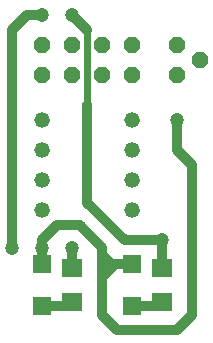
<source format=gbr>
G04 EAGLE Gerber RS-274X export*
G75*
%MOMM*%
%FSLAX34Y34*%
%LPD*%
%INTop Copper*%
%IPPOS*%
%AMOC8*
5,1,8,0,0,1.08239X$1,22.5*%
G01*
%ADD10P,1.429621X8X292.500000*%
%ADD11P,1.539592X8X22.500000*%
%ADD12R,1.500000X1.500000*%
%ADD13R,1.803000X1.600000*%
%ADD14C,1.320800*%
%ADD15C,0.812800*%
%ADD16C,1.200000*%
%ADD17C,0.609600*%


D10*
X158750Y260350D03*
X177800Y247650D03*
X158750Y234950D03*
D11*
X44450Y234950D03*
X44450Y260350D03*
X69850Y234950D03*
X69850Y260350D03*
X95250Y234950D03*
X95250Y260350D03*
X120650Y260350D03*
X120650Y234950D03*
D12*
X44450Y74650D03*
X44450Y39650D03*
X120650Y74650D03*
X120650Y39650D03*
D13*
X69850Y71370D03*
X69850Y42930D03*
X146050Y71370D03*
X146050Y42930D03*
D14*
X44450Y196850D03*
X44450Y171450D03*
X120650Y171450D03*
X120650Y196850D03*
X44450Y146050D03*
X44450Y120650D03*
X120650Y146050D03*
X120650Y120650D03*
D15*
X120650Y74650D02*
X115850Y74650D01*
X44450Y88900D02*
X44450Y95250D01*
X44450Y88900D02*
X44450Y74650D01*
D16*
X44450Y88900D03*
D15*
X44450Y95250D02*
X57150Y107950D01*
X76200Y107950D01*
X95250Y88900D01*
X95250Y82550D01*
X104775Y73025D01*
X95250Y74650D02*
X120650Y74650D01*
X95250Y74650D02*
X95250Y63500D01*
X95250Y31750D01*
X107950Y19050D01*
X171450Y158750D02*
X158750Y171450D01*
X158750Y196850D01*
D16*
X158750Y196850D03*
D15*
X104775Y73025D02*
X95250Y63500D01*
X95250Y74650D02*
X95250Y82550D01*
X171450Y31750D02*
X171450Y158750D01*
X158750Y19050D02*
X107950Y19050D01*
X158750Y19050D02*
X171450Y31750D01*
X69850Y71370D02*
X69850Y88900D01*
D16*
X69850Y88900D03*
X44450Y285750D03*
D15*
X31750Y285750D01*
X19050Y273050D01*
X19050Y88900D01*
D16*
X19050Y88900D03*
X146050Y95250D03*
X69850Y285750D03*
D15*
X82550Y273050D01*
D17*
X82550Y209550D01*
D15*
X82550Y127000D01*
X114300Y95250D01*
X146050Y95250D01*
X146050Y71370D01*
X69850Y42930D02*
X66570Y39650D01*
X44450Y39650D01*
X142763Y39628D02*
X146058Y42923D01*
X142763Y39628D02*
X120650Y39635D01*
M02*

</source>
